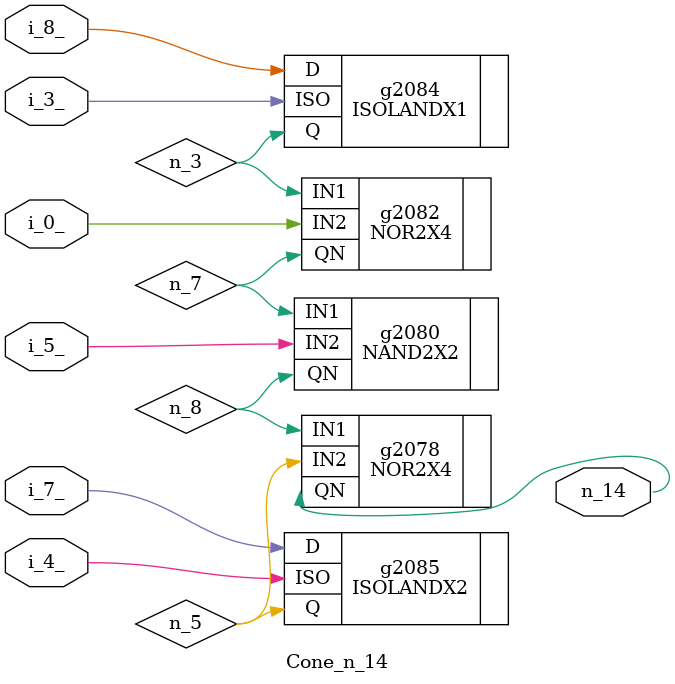
<source format=v>

module Cone_n_14 (n_14, i_3_, i_8_, i_0_, i_5_, i_4_, i_7_ );
	input i_3_, i_8_, i_0_, i_5_, i_4_, i_7_;
	output n_14;
	wire n_8, n_7, n_3, n_5;
	NOR2X4 g2078(.IN1 (n_8), .IN2 (n_5), .QN (n_14));	NAND2X2 g2080(.IN1 (n_7), .IN2 (i_5_), .QN (n_8));	NOR2X4 g2082(.IN1 (n_3), .IN2 (i_0_), .QN (n_7));	ISOLANDX1 g2084(.ISO (i_3_), .D (i_8_), .Q (n_3));	ISOLANDX2 g2085(.ISO (i_4_), .D (i_7_), .Q (n_5));
endmodule


</source>
